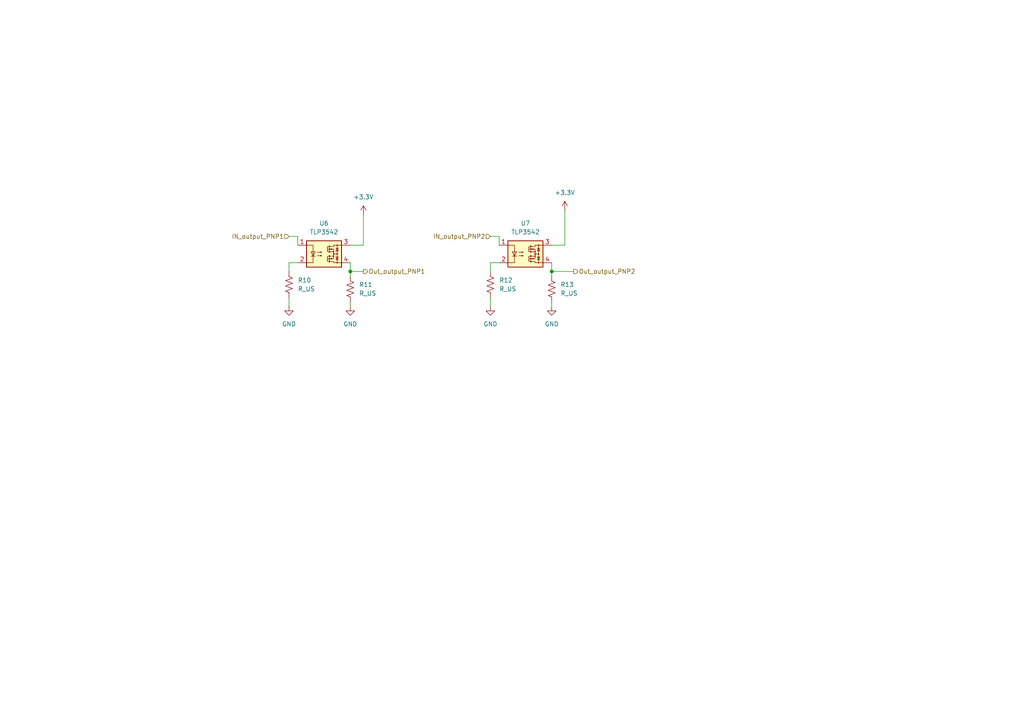
<source format=kicad_sch>
(kicad_sch
	(version 20250114)
	(generator "eeschema")
	(generator_version "9.0")
	(uuid "23093995-dcbe-40e8-b7f0-52785d5c9ac1")
	(paper "A4")
	(lib_symbols
		(symbol "Device:R_US"
			(pin_numbers
				(hide yes)
			)
			(pin_names
				(offset 0)
			)
			(exclude_from_sim no)
			(in_bom yes)
			(on_board yes)
			(property "Reference" "R"
				(at 2.54 0 90)
				(effects
					(font
						(size 1.27 1.27)
					)
				)
			)
			(property "Value" "R_US"
				(at -2.54 0 90)
				(effects
					(font
						(size 1.27 1.27)
					)
				)
			)
			(property "Footprint" ""
				(at 1.016 -0.254 90)
				(effects
					(font
						(size 1.27 1.27)
					)
					(hide yes)
				)
			)
			(property "Datasheet" "~"
				(at 0 0 0)
				(effects
					(font
						(size 1.27 1.27)
					)
					(hide yes)
				)
			)
			(property "Description" "Resistor, US symbol"
				(at 0 0 0)
				(effects
					(font
						(size 1.27 1.27)
					)
					(hide yes)
				)
			)
			(property "ki_keywords" "R res resistor"
				(at 0 0 0)
				(effects
					(font
						(size 1.27 1.27)
					)
					(hide yes)
				)
			)
			(property "ki_fp_filters" "R_*"
				(at 0 0 0)
				(effects
					(font
						(size 1.27 1.27)
					)
					(hide yes)
				)
			)
			(symbol "R_US_0_1"
				(polyline
					(pts
						(xy 0 2.286) (xy 0 2.54)
					)
					(stroke
						(width 0)
						(type default)
					)
					(fill
						(type none)
					)
				)
				(polyline
					(pts
						(xy 0 2.286) (xy 1.016 1.905) (xy 0 1.524) (xy -1.016 1.143) (xy 0 0.762)
					)
					(stroke
						(width 0)
						(type default)
					)
					(fill
						(type none)
					)
				)
				(polyline
					(pts
						(xy 0 0.762) (xy 1.016 0.381) (xy 0 0) (xy -1.016 -0.381) (xy 0 -0.762)
					)
					(stroke
						(width 0)
						(type default)
					)
					(fill
						(type none)
					)
				)
				(polyline
					(pts
						(xy 0 -0.762) (xy 1.016 -1.143) (xy 0 -1.524) (xy -1.016 -1.905) (xy 0 -2.286)
					)
					(stroke
						(width 0)
						(type default)
					)
					(fill
						(type none)
					)
				)
				(polyline
					(pts
						(xy 0 -2.286) (xy 0 -2.54)
					)
					(stroke
						(width 0)
						(type default)
					)
					(fill
						(type none)
					)
				)
			)
			(symbol "R_US_1_1"
				(pin passive line
					(at 0 3.81 270)
					(length 1.27)
					(name "~"
						(effects
							(font
								(size 1.27 1.27)
							)
						)
					)
					(number "1"
						(effects
							(font
								(size 1.27 1.27)
							)
						)
					)
				)
				(pin passive line
					(at 0 -3.81 90)
					(length 1.27)
					(name "~"
						(effects
							(font
								(size 1.27 1.27)
							)
						)
					)
					(number "2"
						(effects
							(font
								(size 1.27 1.27)
							)
						)
					)
				)
			)
			(embedded_fonts no)
		)
		(symbol "TLP3542_1"
			(exclude_from_sim no)
			(in_bom yes)
			(on_board yes)
			(property "Reference" "U3"
				(at 0 8.89 0)
				(effects
					(font
						(size 1.27 1.27)
					)
				)
			)
			(property "Value" "TLP3542"
				(at 0 6.35 0)
				(effects
					(font
						(size 1.27 1.27)
					)
				)
			)
			(property "Footprint" "Package_SO:SOP-4_3.8x4.1mm_P2.54mm"
				(at 0 -7.62 0)
				(effects
					(font
						(size 1.27 1.27)
					)
					(hide yes)
				)
			)
			(property "Datasheet" "https://toshiba.semicon-storage.com/info/docget.jsp?did=1284&prodName=TLP3542"
				(at 0 0 0)
				(effects
					(font
						(size 1.27 1.27)
					)
					(hide yes)
				)
			)
			(property "Description" "Photo MOSFET optically coupled, ON 4A, 50mohm, OFF state 20V, Isolation 2500 VRMS, DIP-5-6"
				(at 0 0 0)
				(effects
					(font
						(size 1.27 1.27)
					)
					(hide yes)
				)
			)
			(property "ki_keywords" "photocouplers photorelay solidstate relay normally opened (1-Form-A)"
				(at 0 0 0)
				(effects
					(font
						(size 1.27 1.27)
					)
					(hide yes)
				)
			)
			(property "ki_fp_filters" "DIP*W7.62mm*"
				(at 0 0 0)
				(effects
					(font
						(size 1.27 1.27)
					)
					(hide yes)
				)
			)
			(symbol "TLP3542_1_0_1"
				(rectangle
					(start -5.08 3.81)
					(end 5.08 -3.81)
					(stroke
						(width 0.254)
						(type default)
					)
					(fill
						(type background)
					)
				)
				(polyline
					(pts
						(xy -5.08 2.54) (xy -3.175 2.54) (xy -3.175 -2.54) (xy -5.08 -2.54)
					)
					(stroke
						(width 0)
						(type default)
					)
					(fill
						(type none)
					)
				)
				(polyline
					(pts
						(xy -3.81 -0.635) (xy -2.54 -0.635)
					)
					(stroke
						(width 0)
						(type default)
					)
					(fill
						(type none)
					)
				)
				(polyline
					(pts
						(xy -3.175 -0.635) (xy -3.81 0.635) (xy -2.54 0.635) (xy -3.175 -0.635)
					)
					(stroke
						(width 0)
						(type default)
					)
					(fill
						(type none)
					)
				)
				(polyline
					(pts
						(xy -1.905 0.508) (xy -0.635 0.508) (xy -1.016 0.381) (xy -1.016 0.635) (xy -0.635 0.508)
					)
					(stroke
						(width 0)
						(type default)
					)
					(fill
						(type none)
					)
				)
				(polyline
					(pts
						(xy -1.905 -0.508) (xy -0.635 -0.508) (xy -1.016 -0.635) (xy -1.016 -0.381) (xy -0.635 -0.508)
					)
					(stroke
						(width 0)
						(type default)
					)
					(fill
						(type none)
					)
				)
				(polyline
					(pts
						(xy 1.016 2.159) (xy 1.016 0.635)
					)
					(stroke
						(width 0.2032)
						(type default)
					)
					(fill
						(type none)
					)
				)
				(polyline
					(pts
						(xy 1.016 -0.635) (xy 1.016 -2.159)
					)
					(stroke
						(width 0.2032)
						(type default)
					)
					(fill
						(type none)
					)
				)
				(polyline
					(pts
						(xy 1.524 2.286) (xy 1.524 2.032) (xy 1.524 2.032)
					)
					(stroke
						(width 0.3556)
						(type default)
					)
					(fill
						(type none)
					)
				)
				(polyline
					(pts
						(xy 1.524 1.524) (xy 1.524 1.27) (xy 1.524 1.27)
					)
					(stroke
						(width 0.3556)
						(type default)
					)
					(fill
						(type none)
					)
				)
				(polyline
					(pts
						(xy 1.524 0.762) (xy 1.524 0.508) (xy 1.524 0.508)
					)
					(stroke
						(width 0.3556)
						(type default)
					)
					(fill
						(type none)
					)
				)
				(polyline
					(pts
						(xy 1.524 -0.508) (xy 1.524 -0.762)
					)
					(stroke
						(width 0.3556)
						(type default)
					)
					(fill
						(type none)
					)
				)
				(polyline
					(pts
						(xy 1.524 -1.27) (xy 1.524 -1.524) (xy 1.524 -1.524)
					)
					(stroke
						(width 0.3556)
						(type default)
					)
					(fill
						(type none)
					)
				)
				(polyline
					(pts
						(xy 1.524 -2.032) (xy 1.524 -2.286) (xy 1.524 -2.286)
					)
					(stroke
						(width 0.3556)
						(type default)
					)
					(fill
						(type none)
					)
				)
				(polyline
					(pts
						(xy 1.651 2.159) (xy 2.794 2.159) (xy 2.794 2.54) (xy 5.08 2.54)
					)
					(stroke
						(width 0)
						(type default)
					)
					(fill
						(type none)
					)
				)
				(polyline
					(pts
						(xy 1.651 1.397) (xy 2.794 1.397) (xy 2.794 0.635)
					)
					(stroke
						(width 0)
						(type default)
					)
					(fill
						(type none)
					)
				)
				(polyline
					(pts
						(xy 1.651 -0.635) (xy 2.794 -0.635) (xy 2.794 0.635) (xy 1.651 0.635)
					)
					(stroke
						(width 0)
						(type default)
					)
					(fill
						(type none)
					)
				)
				(polyline
					(pts
						(xy 1.651 -1.397) (xy 2.794 -1.397) (xy 2.794 -0.635)
					)
					(stroke
						(width 0)
						(type default)
					)
					(fill
						(type none)
					)
				)
				(polyline
					(pts
						(xy 1.651 -2.159) (xy 2.794 -2.159) (xy 2.794 -2.54) (xy 5.08 -2.54)
					)
					(stroke
						(width 0)
						(type default)
					)
					(fill
						(type none)
					)
				)
				(polyline
					(pts
						(xy 1.778 1.397) (xy 2.286 1.524) (xy 2.286 1.27) (xy 1.778 1.397)
					)
					(stroke
						(width 0)
						(type default)
					)
					(fill
						(type none)
					)
				)
				(polyline
					(pts
						(xy 1.778 -1.397) (xy 2.286 -1.27) (xy 2.286 -1.524) (xy 1.778 -1.397)
					)
					(stroke
						(width 0)
						(type default)
					)
					(fill
						(type none)
					)
				)
				(circle
					(center 2.794 0.635)
					(radius 0.127)
					(stroke
						(width 0)
						(type default)
					)
					(fill
						(type none)
					)
				)
				(polyline
					(pts
						(xy 2.794 0) (xy 3.81 0)
					)
					(stroke
						(width 0)
						(type default)
					)
					(fill
						(type none)
					)
				)
				(circle
					(center 2.794 0)
					(radius 0.127)
					(stroke
						(width 0)
						(type default)
					)
					(fill
						(type none)
					)
				)
				(circle
					(center 2.794 -0.635)
					(radius 0.127)
					(stroke
						(width 0)
						(type default)
					)
					(fill
						(type none)
					)
				)
				(polyline
					(pts
						(xy 3.429 1.651) (xy 4.191 1.651)
					)
					(stroke
						(width 0)
						(type default)
					)
					(fill
						(type none)
					)
				)
				(polyline
					(pts
						(xy 3.429 -1.651) (xy 4.191 -1.651)
					)
					(stroke
						(width 0)
						(type default)
					)
					(fill
						(type none)
					)
				)
				(circle
					(center 3.81 2.54)
					(radius 0.127)
					(stroke
						(width 0)
						(type default)
					)
					(fill
						(type none)
					)
				)
				(polyline
					(pts
						(xy 3.81 1.651) (xy 3.429 0.889) (xy 4.191 0.889) (xy 3.81 1.651)
					)
					(stroke
						(width 0)
						(type default)
					)
					(fill
						(type none)
					)
				)
				(circle
					(center 3.81 0)
					(radius 0.127)
					(stroke
						(width 0)
						(type default)
					)
					(fill
						(type none)
					)
				)
				(polyline
					(pts
						(xy 3.81 -1.651) (xy 3.429 -0.889) (xy 4.191 -0.889) (xy 3.81 -1.651)
					)
					(stroke
						(width 0)
						(type default)
					)
					(fill
						(type none)
					)
				)
				(polyline
					(pts
						(xy 3.81 -2.54) (xy 3.81 2.54)
					)
					(stroke
						(width 0)
						(type default)
					)
					(fill
						(type none)
					)
				)
				(circle
					(center 3.81 -2.54)
					(radius 0.127)
					(stroke
						(width 0)
						(type default)
					)
					(fill
						(type none)
					)
				)
			)
			(symbol "TLP3542_1_1_1"
				(pin passive line
					(at -7.62 2.54 0)
					(length 2.54)
					(name "~"
						(effects
							(font
								(size 1.27 1.27)
							)
						)
					)
					(number "1"
						(effects
							(font
								(size 1.27 1.27)
							)
						)
					)
				)
				(pin passive line
					(at -7.62 -2.54 0)
					(length 2.54)
					(name "~"
						(effects
							(font
								(size 1.27 1.27)
							)
						)
					)
					(number "2"
						(effects
							(font
								(size 1.27 1.27)
							)
						)
					)
				)
				(pin no_connect line
					(at -5.08 0 0)
					(length 2.54)
					(hide yes)
					(name "~"
						(effects
							(font
								(size 1.27 1.27)
							)
						)
					)
					(number "3"
						(effects
							(font
								(size 1.27 1.27)
							)
						)
					)
				)
				(pin passive line
					(at 7.62 2.54 180)
					(length 2.54)
					(name "~"
						(effects
							(font
								(size 1.27 1.27)
							)
						)
					)
					(number "3"
						(effects
							(font
								(size 1.27 1.27)
							)
						)
					)
				)
				(pin passive line
					(at 7.62 -2.54 180)
					(length 2.54)
					(name "~"
						(effects
							(font
								(size 1.27 1.27)
							)
						)
					)
					(number "4"
						(effects
							(font
								(size 1.27 1.27)
							)
						)
					)
				)
			)
			(embedded_fonts no)
		)
		(symbol "TLP3542_2"
			(exclude_from_sim no)
			(in_bom yes)
			(on_board yes)
			(property "Reference" "U3"
				(at 0 8.89 0)
				(effects
					(font
						(size 1.27 1.27)
					)
				)
			)
			(property "Value" "TLP3542"
				(at 0 6.35 0)
				(effects
					(font
						(size 1.27 1.27)
					)
				)
			)
			(property "Footprint" "Package_SO:SOP-4_3.8x4.1mm_P2.54mm"
				(at 0 -7.62 0)
				(effects
					(font
						(size 1.27 1.27)
					)
					(hide yes)
				)
			)
			(property "Datasheet" "https://toshiba.semicon-storage.com/info/docget.jsp?did=1284&prodName=TLP3542"
				(at 0 0 0)
				(effects
					(font
						(size 1.27 1.27)
					)
					(hide yes)
				)
			)
			(property "Description" "Photo MOSFET optically coupled, ON 4A, 50mohm, OFF state 20V, Isolation 2500 VRMS, DIP-5-6"
				(at 0 0 0)
				(effects
					(font
						(size 1.27 1.27)
					)
					(hide yes)
				)
			)
			(property "ki_keywords" "photocouplers photorelay solidstate relay normally opened (1-Form-A)"
				(at 0 0 0)
				(effects
					(font
						(size 1.27 1.27)
					)
					(hide yes)
				)
			)
			(property "ki_fp_filters" "DIP*W7.62mm*"
				(at 0 0 0)
				(effects
					(font
						(size 1.27 1.27)
					)
					(hide yes)
				)
			)
			(symbol "TLP3542_2_0_1"
				(rectangle
					(start -5.08 3.81)
					(end 5.08 -3.81)
					(stroke
						(width 0.254)
						(type default)
					)
					(fill
						(type background)
					)
				)
				(polyline
					(pts
						(xy -5.08 2.54) (xy -3.175 2.54) (xy -3.175 -2.54) (xy -5.08 -2.54)
					)
					(stroke
						(width 0)
						(type default)
					)
					(fill
						(type none)
					)
				)
				(polyline
					(pts
						(xy -3.81 -0.635) (xy -2.54 -0.635)
					)
					(stroke
						(width 0)
						(type default)
					)
					(fill
						(type none)
					)
				)
				(polyline
					(pts
						(xy -3.175 -0.635) (xy -3.81 0.635) (xy -2.54 0.635) (xy -3.175 -0.635)
					)
					(stroke
						(width 0)
						(type default)
					)
					(fill
						(type none)
					)
				)
				(polyline
					(pts
						(xy -1.905 0.508) (xy -0.635 0.508) (xy -1.016 0.381) (xy -1.016 0.635) (xy -0.635 0.508)
					)
					(stroke
						(width 0)
						(type default)
					)
					(fill
						(type none)
					)
				)
				(polyline
					(pts
						(xy -1.905 -0.508) (xy -0.635 -0.508) (xy -1.016 -0.635) (xy -1.016 -0.381) (xy -0.635 -0.508)
					)
					(stroke
						(width 0)
						(type default)
					)
					(fill
						(type none)
					)
				)
				(polyline
					(pts
						(xy 1.016 2.159) (xy 1.016 0.635)
					)
					(stroke
						(width 0.2032)
						(type default)
					)
					(fill
						(type none)
					)
				)
				(polyline
					(pts
						(xy 1.016 -0.635) (xy 1.016 -2.159)
					)
					(stroke
						(width 0.2032)
						(type default)
					)
					(fill
						(type none)
					)
				)
				(polyline
					(pts
						(xy 1.524 2.286) (xy 1.524 2.032) (xy 1.524 2.032)
					)
					(stroke
						(width 0.3556)
						(type default)
					)
					(fill
						(type none)
					)
				)
				(polyline
					(pts
						(xy 1.524 1.524) (xy 1.524 1.27) (xy 1.524 1.27)
					)
					(stroke
						(width 0.3556)
						(type default)
					)
					(fill
						(type none)
					)
				)
				(polyline
					(pts
						(xy 1.524 0.762) (xy 1.524 0.508) (xy 1.524 0.508)
					)
					(stroke
						(width 0.3556)
						(type default)
					)
					(fill
						(type none)
					)
				)
				(polyline
					(pts
						(xy 1.524 -0.508) (xy 1.524 -0.762)
					)
					(stroke
						(width 0.3556)
						(type default)
					)
					(fill
						(type none)
					)
				)
				(polyline
					(pts
						(xy 1.524 -1.27) (xy 1.524 -1.524) (xy 1.524 -1.524)
					)
					(stroke
						(width 0.3556)
						(type default)
					)
					(fill
						(type none)
					)
				)
				(polyline
					(pts
						(xy 1.524 -2.032) (xy 1.524 -2.286) (xy 1.524 -2.286)
					)
					(stroke
						(width 0.3556)
						(type default)
					)
					(fill
						(type none)
					)
				)
				(polyline
					(pts
						(xy 1.651 2.159) (xy 2.794 2.159) (xy 2.794 2.54) (xy 5.08 2.54)
					)
					(stroke
						(width 0)
						(type default)
					)
					(fill
						(type none)
					)
				)
				(polyline
					(pts
						(xy 1.651 1.397) (xy 2.794 1.397) (xy 2.794 0.635)
					)
					(stroke
						(width 0)
						(type default)
					)
					(fill
						(type none)
					)
				)
				(polyline
					(pts
						(xy 1.651 -0.635) (xy 2.794 -0.635) (xy 2.794 0.635) (xy 1.651 0.635)
					)
					(stroke
						(width 0)
						(type default)
					)
					(fill
						(type none)
					)
				)
				(polyline
					(pts
						(xy 1.651 -1.397) (xy 2.794 -1.397) (xy 2.794 -0.635)
					)
					(stroke
						(width 0)
						(type default)
					)
					(fill
						(type none)
					)
				)
				(polyline
					(pts
						(xy 1.651 -2.159) (xy 2.794 -2.159) (xy 2.794 -2.54) (xy 5.08 -2.54)
					)
					(stroke
						(width 0)
						(type default)
					)
					(fill
						(type none)
					)
				)
				(polyline
					(pts
						(xy 1.778 1.397) (xy 2.286 1.524) (xy 2.286 1.27) (xy 1.778 1.397)
					)
					(stroke
						(width 0)
						(type default)
					)
					(fill
						(type none)
					)
				)
				(polyline
					(pts
						(xy 1.778 -1.397) (xy 2.286 -1.27) (xy 2.286 -1.524) (xy 1.778 -1.397)
					)
					(stroke
						(width 0)
						(type default)
					)
					(fill
						(type none)
					)
				)
				(circle
					(center 2.794 0.635)
					(radius 0.127)
					(stroke
						(width 0)
						(type default)
					)
					(fill
						(type none)
					)
				)
				(polyline
					(pts
						(xy 2.794 0) (xy 3.81 0)
					)
					(stroke
						(width 0)
						(type default)
					)
					(fill
						(type none)
					)
				)
				(circle
					(center 2.794 0)
					(radius 0.127)
					(stroke
						(width 0)
						(type default)
					)
					(fill
						(type none)
					)
				)
				(circle
					(center 2.794 -0.635)
					(radius 0.127)
					(stroke
						(width 0)
						(type default)
					)
					(fill
						(type none)
					)
				)
				(polyline
					(pts
						(xy 3.429 1.651) (xy 4.191 1.651)
					)
					(stroke
						(width 0)
						(type default)
					)
					(fill
						(type none)
					)
				)
				(polyline
					(pts
						(xy 3.429 -1.651) (xy 4.191 -1.651)
					)
					(stroke
						(width 0)
						(type default)
					)
					(fill
						(type none)
					)
				)
				(circle
					(center 3.81 2.54)
					(radius 0.127)
					(stroke
						(width 0)
						(type default)
					)
					(fill
						(type none)
					)
				)
				(polyline
					(pts
						(xy 3.81 1.651) (xy 3.429 0.889) (xy 4.191 0.889) (xy 3.81 1.651)
					)
					(stroke
						(width 0)
						(type default)
					)
					(fill
						(type none)
					)
				)
				(circle
					(center 3.81 0)
					(radius 0.127)
					(stroke
						(width 0)
						(type default)
					)
					(fill
						(type none)
					)
				)
				(polyline
					(pts
						(xy 3.81 -1.651) (xy 3.429 -0.889) (xy 4.191 -0.889) (xy 3.81 -1.651)
					)
					(stroke
						(width 0)
						(type default)
					)
					(fill
						(type none)
					)
				)
				(polyline
					(pts
						(xy 3.81 -2.54) (xy 3.81 2.54)
					)
					(stroke
						(width 0)
						(type default)
					)
					(fill
						(type none)
					)
				)
				(circle
					(center 3.81 -2.54)
					(radius 0.127)
					(stroke
						(width 0)
						(type default)
					)
					(fill
						(type none)
					)
				)
			)
			(symbol "TLP3542_2_1_1"
				(pin passive line
					(at -7.62 2.54 0)
					(length 2.54)
					(name "~"
						(effects
							(font
								(size 1.27 1.27)
							)
						)
					)
					(number "1"
						(effects
							(font
								(size 1.27 1.27)
							)
						)
					)
				)
				(pin passive line
					(at -7.62 -2.54 0)
					(length 2.54)
					(name "~"
						(effects
							(font
								(size 1.27 1.27)
							)
						)
					)
					(number "2"
						(effects
							(font
								(size 1.27 1.27)
							)
						)
					)
				)
				(pin no_connect line
					(at -5.08 0 0)
					(length 2.54)
					(hide yes)
					(name "~"
						(effects
							(font
								(size 1.27 1.27)
							)
						)
					)
					(number "3"
						(effects
							(font
								(size 1.27 1.27)
							)
						)
					)
				)
				(pin passive line
					(at 7.62 2.54 180)
					(length 2.54)
					(name "~"
						(effects
							(font
								(size 1.27 1.27)
							)
						)
					)
					(number "3"
						(effects
							(font
								(size 1.27 1.27)
							)
						)
					)
				)
				(pin passive line
					(at 7.62 -2.54 180)
					(length 2.54)
					(name "~"
						(effects
							(font
								(size 1.27 1.27)
							)
						)
					)
					(number "4"
						(effects
							(font
								(size 1.27 1.27)
							)
						)
					)
				)
			)
			(embedded_fonts no)
		)
		(symbol "power:+3.3V"
			(power)
			(pin_numbers
				(hide yes)
			)
			(pin_names
				(offset 0)
				(hide yes)
			)
			(exclude_from_sim no)
			(in_bom yes)
			(on_board yes)
			(property "Reference" "#PWR"
				(at 0 -3.81 0)
				(effects
					(font
						(size 1.27 1.27)
					)
					(hide yes)
				)
			)
			(property "Value" "+3.3V"
				(at 0 3.556 0)
				(effects
					(font
						(size 1.27 1.27)
					)
				)
			)
			(property "Footprint" ""
				(at 0 0 0)
				(effects
					(font
						(size 1.27 1.27)
					)
					(hide yes)
				)
			)
			(property "Datasheet" ""
				(at 0 0 0)
				(effects
					(font
						(size 1.27 1.27)
					)
					(hide yes)
				)
			)
			(property "Description" "Power symbol creates a global label with name \"+3.3V\""
				(at 0 0 0)
				(effects
					(font
						(size 1.27 1.27)
					)
					(hide yes)
				)
			)
			(property "ki_keywords" "global power"
				(at 0 0 0)
				(effects
					(font
						(size 1.27 1.27)
					)
					(hide yes)
				)
			)
			(symbol "+3.3V_0_1"
				(polyline
					(pts
						(xy -0.762 1.27) (xy 0 2.54)
					)
					(stroke
						(width 0)
						(type default)
					)
					(fill
						(type none)
					)
				)
				(polyline
					(pts
						(xy 0 2.54) (xy 0.762 1.27)
					)
					(stroke
						(width 0)
						(type default)
					)
					(fill
						(type none)
					)
				)
				(polyline
					(pts
						(xy 0 0) (xy 0 2.54)
					)
					(stroke
						(width 0)
						(type default)
					)
					(fill
						(type none)
					)
				)
			)
			(symbol "+3.3V_1_1"
				(pin power_in line
					(at 0 0 90)
					(length 0)
					(name "~"
						(effects
							(font
								(size 1.27 1.27)
							)
						)
					)
					(number "1"
						(effects
							(font
								(size 1.27 1.27)
							)
						)
					)
				)
			)
			(embedded_fonts no)
		)
		(symbol "power:GND"
			(power)
			(pin_numbers
				(hide yes)
			)
			(pin_names
				(offset 0)
				(hide yes)
			)
			(exclude_from_sim no)
			(in_bom yes)
			(on_board yes)
			(property "Reference" "#PWR"
				(at 0 -6.35 0)
				(effects
					(font
						(size 1.27 1.27)
					)
					(hide yes)
				)
			)
			(property "Value" "GND"
				(at 0 -3.81 0)
				(effects
					(font
						(size 1.27 1.27)
					)
				)
			)
			(property "Footprint" ""
				(at 0 0 0)
				(effects
					(font
						(size 1.27 1.27)
					)
					(hide yes)
				)
			)
			(property "Datasheet" ""
				(at 0 0 0)
				(effects
					(font
						(size 1.27 1.27)
					)
					(hide yes)
				)
			)
			(property "Description" "Power symbol creates a global label with name \"GND\" , ground"
				(at 0 0 0)
				(effects
					(font
						(size 1.27 1.27)
					)
					(hide yes)
				)
			)
			(property "ki_keywords" "global power"
				(at 0 0 0)
				(effects
					(font
						(size 1.27 1.27)
					)
					(hide yes)
				)
			)
			(symbol "GND_0_1"
				(polyline
					(pts
						(xy 0 0) (xy 0 -1.27) (xy 1.27 -1.27) (xy 0 -2.54) (xy -1.27 -1.27) (xy 0 -1.27)
					)
					(stroke
						(width 0)
						(type default)
					)
					(fill
						(type none)
					)
				)
			)
			(symbol "GND_1_1"
				(pin power_in line
					(at 0 0 270)
					(length 0)
					(name "~"
						(effects
							(font
								(size 1.27 1.27)
							)
						)
					)
					(number "1"
						(effects
							(font
								(size 1.27 1.27)
							)
						)
					)
				)
			)
			(embedded_fonts no)
		)
	)
	(junction
		(at 160.02 78.74)
		(diameter 0)
		(color 0 0 0 0)
		(uuid "77225655-788f-462f-a59b-480425c8f30e")
	)
	(junction
		(at 101.6 78.74)
		(diameter 0)
		(color 0 0 0 0)
		(uuid "ce1c4254-4ab3-4904-8719-db218decc168")
	)
	(wire
		(pts
			(xy 160.02 78.74) (xy 160.02 80.01)
		)
		(stroke
			(width 0)
			(type default)
		)
		(uuid "11747665-5023-4ab5-92ca-96c57f5a091c")
	)
	(wire
		(pts
			(xy 101.6 78.74) (xy 101.6 80.01)
		)
		(stroke
			(width 0)
			(type default)
		)
		(uuid "1ac2c1eb-d75f-4e41-9898-ad063b8e9f5d")
	)
	(wire
		(pts
			(xy 144.78 76.2) (xy 142.24 76.2)
		)
		(stroke
			(width 0)
			(type default)
		)
		(uuid "20d6fbc5-64f0-4821-8d50-2e605d334d6c")
	)
	(wire
		(pts
			(xy 142.24 76.2) (xy 142.24 78.74)
		)
		(stroke
			(width 0)
			(type default)
		)
		(uuid "3e9cd961-8114-4202-a1af-9c58b763af3a")
	)
	(wire
		(pts
			(xy 160.02 78.74) (xy 166.37 78.74)
		)
		(stroke
			(width 0)
			(type default)
		)
		(uuid "4238960a-15d2-4316-8180-01ebf001acf4")
	)
	(wire
		(pts
			(xy 101.6 78.74) (xy 105.41 78.74)
		)
		(stroke
			(width 0)
			(type default)
		)
		(uuid "4456872a-50a8-4fec-883c-e6c575b468e5")
	)
	(wire
		(pts
			(xy 86.36 71.12) (xy 86.36 68.58)
		)
		(stroke
			(width 0)
			(type default)
		)
		(uuid "495939be-a59c-4a23-9032-3d5c726a6102")
	)
	(wire
		(pts
			(xy 101.6 76.2) (xy 101.6 78.74)
		)
		(stroke
			(width 0)
			(type default)
		)
		(uuid "691233d0-1761-4b28-874f-d47abd5000c4")
	)
	(wire
		(pts
			(xy 144.78 71.12) (xy 144.78 68.58)
		)
		(stroke
			(width 0)
			(type default)
		)
		(uuid "6b85ec8a-5ec4-4c7c-ad41-7976690a8039")
	)
	(wire
		(pts
			(xy 163.83 60.96) (xy 163.83 71.12)
		)
		(stroke
			(width 0)
			(type default)
		)
		(uuid "6de2f353-126f-4d84-8e04-fcbaf94988e4")
	)
	(wire
		(pts
			(xy 105.41 62.23) (xy 105.41 71.12)
		)
		(stroke
			(width 0)
			(type default)
		)
		(uuid "719730a3-b245-436d-8660-4b20bbfb0009")
	)
	(wire
		(pts
			(xy 83.82 86.36) (xy 83.82 88.9)
		)
		(stroke
			(width 0)
			(type default)
		)
		(uuid "7824f193-f0b3-495d-9ac6-3e9a5fa272a4")
	)
	(wire
		(pts
			(xy 86.36 68.58) (xy 83.82 68.58)
		)
		(stroke
			(width 0)
			(type default)
		)
		(uuid "797e313b-570e-4cea-8d5b-56bc9376de73")
	)
	(wire
		(pts
			(xy 101.6 87.63) (xy 101.6 88.9)
		)
		(stroke
			(width 0)
			(type default)
		)
		(uuid "7ec94065-7c8a-4736-afa3-4e794970620a")
	)
	(wire
		(pts
			(xy 142.24 86.36) (xy 142.24 88.9)
		)
		(stroke
			(width 0)
			(type default)
		)
		(uuid "96372707-ca94-418f-84ef-7a8efac8301a")
	)
	(wire
		(pts
			(xy 144.78 68.58) (xy 142.24 68.58)
		)
		(stroke
			(width 0)
			(type default)
		)
		(uuid "a32ec15a-3328-4e82-9aa6-9b7e828e483c")
	)
	(wire
		(pts
			(xy 86.36 76.2) (xy 83.82 76.2)
		)
		(stroke
			(width 0)
			(type default)
		)
		(uuid "a34e4dc2-6c38-4d64-8859-68d15996fd49")
	)
	(wire
		(pts
			(xy 163.83 71.12) (xy 160.02 71.12)
		)
		(stroke
			(width 0)
			(type default)
		)
		(uuid "abb51ef2-a10c-4704-8d7c-34b54ea76346")
	)
	(wire
		(pts
			(xy 105.41 71.12) (xy 101.6 71.12)
		)
		(stroke
			(width 0)
			(type default)
		)
		(uuid "abd8a97b-a856-4046-a7d8-d1733e0e52a4")
	)
	(wire
		(pts
			(xy 83.82 76.2) (xy 83.82 78.74)
		)
		(stroke
			(width 0)
			(type default)
		)
		(uuid "cfecc045-2891-4c03-93b4-b9249d63b8b9")
	)
	(wire
		(pts
			(xy 160.02 87.63) (xy 160.02 88.9)
		)
		(stroke
			(width 0)
			(type default)
		)
		(uuid "d89d47aa-fd93-4ced-a4d2-d5a27eaf2d58")
	)
	(wire
		(pts
			(xy 160.02 76.2) (xy 160.02 78.74)
		)
		(stroke
			(width 0)
			(type default)
		)
		(uuid "ef59c088-3a2a-4069-b686-bd4837fea633")
	)
	(hierarchical_label "Out_output_PNP2"
		(shape output)
		(at 166.37 78.74 0)
		(effects
			(font
				(size 1.27 1.27)
			)
			(justify left)
		)
		(uuid "081bb1ce-2e6a-4e7c-b6fa-d40c4f91f907")
	)
	(hierarchical_label "Out_output_PNP1"
		(shape output)
		(at 105.41 78.74 0)
		(effects
			(font
				(size 1.27 1.27)
			)
			(justify left)
		)
		(uuid "16450c0b-fd34-43d9-9200-8b54ec55a728")
	)
	(hierarchical_label "IN_output_PNP2"
		(shape input)
		(at 142.24 68.58 180)
		(effects
			(font
				(size 1.27 1.27)
			)
			(justify right)
		)
		(uuid "acf57974-91be-4b04-9692-dd6909d46f9c")
	)
	(hierarchical_label "IN_output_PNP1"
		(shape input)
		(at 83.82 68.58 180)
		(effects
			(font
				(size 1.27 1.27)
			)
			(justify right)
		)
		(uuid "ba765bd1-f55e-4fdf-ae7f-4eb13f414d0c")
	)
	(symbol
		(lib_id "power:GND")
		(at 160.02 88.9 0)
		(unit 1)
		(exclude_from_sim no)
		(in_bom yes)
		(on_board yes)
		(dnp no)
		(fields_autoplaced yes)
		(uuid "155a700d-17fc-458b-a7fd-c2aeeea5b833")
		(property "Reference" "#PWR035"
			(at 160.02 95.25 0)
			(effects
				(font
					(size 1.27 1.27)
				)
				(hide yes)
			)
		)
		(property "Value" "GND"
			(at 160.02 93.98 0)
			(effects
				(font
					(size 1.27 1.27)
				)
			)
		)
		(property "Footprint" ""
			(at 160.02 88.9 0)
			(effects
				(font
					(size 1.27 1.27)
				)
				(hide yes)
			)
		)
		(property "Datasheet" ""
			(at 160.02 88.9 0)
			(effects
				(font
					(size 1.27 1.27)
				)
				(hide yes)
			)
		)
		(property "Description" "Power symbol creates a global label with name \"GND\" , ground"
			(at 160.02 88.9 0)
			(effects
				(font
					(size 1.27 1.27)
				)
				(hide yes)
			)
		)
		(pin "1"
			(uuid "30c9aa0a-d868-410a-a2c8-cc4365881b0e")
		)
		(instances
			(project "ZorionX-Nivara"
				(path "/ae5c9891-8291-492e-8a61-8ac340267b67/d47eca49-96e4-4138-8979-47bb60019f67/bc9617ee-273e-462d-a7e9-6cda68a85dae"
					(reference "#PWR035")
					(unit 1)
				)
			)
		)
	)
	(symbol
		(lib_id "power:GND")
		(at 142.24 88.9 0)
		(unit 1)
		(exclude_from_sim no)
		(in_bom yes)
		(on_board yes)
		(dnp no)
		(fields_autoplaced yes)
		(uuid "3f43fdfe-ab61-4687-b5a8-2482821fe0e1")
		(property "Reference" "#PWR034"
			(at 142.24 95.25 0)
			(effects
				(font
					(size 1.27 1.27)
				)
				(hide yes)
			)
		)
		(property "Value" "GND"
			(at 142.24 93.98 0)
			(effects
				(font
					(size 1.27 1.27)
				)
			)
		)
		(property "Footprint" ""
			(at 142.24 88.9 0)
			(effects
				(font
					(size 1.27 1.27)
				)
				(hide yes)
			)
		)
		(property "Datasheet" ""
			(at 142.24 88.9 0)
			(effects
				(font
					(size 1.27 1.27)
				)
				(hide yes)
			)
		)
		(property "Description" "Power symbol creates a global label with name \"GND\" , ground"
			(at 142.24 88.9 0)
			(effects
				(font
					(size 1.27 1.27)
				)
				(hide yes)
			)
		)
		(pin "1"
			(uuid "704c3dcd-50cf-441c-b547-22c4e4af1ee9")
		)
		(instances
			(project "ZorionX-Nivara"
				(path "/ae5c9891-8291-492e-8a61-8ac340267b67/d47eca49-96e4-4138-8979-47bb60019f67/bc9617ee-273e-462d-a7e9-6cda68a85dae"
					(reference "#PWR034")
					(unit 1)
				)
			)
		)
	)
	(symbol
		(lib_id "Device:R_US")
		(at 142.24 82.55 0)
		(unit 1)
		(exclude_from_sim no)
		(in_bom yes)
		(on_board yes)
		(dnp no)
		(fields_autoplaced yes)
		(uuid "444bf014-8495-4f78-a989-f6716365a449")
		(property "Reference" "R12"
			(at 144.78 81.2799 0)
			(effects
				(font
					(size 1.27 1.27)
				)
				(justify left)
			)
		)
		(property "Value" "R_US"
			(at 144.78 83.8199 0)
			(effects
				(font
					(size 1.27 1.27)
				)
				(justify left)
			)
		)
		(property "Footprint" "Resistor_SMD:R_0603_1608Metric"
			(at 143.256 82.804 90)
			(effects
				(font
					(size 1.27 1.27)
				)
				(hide yes)
			)
		)
		(property "Datasheet" "~"
			(at 142.24 82.55 0)
			(effects
				(font
					(size 1.27 1.27)
				)
				(hide yes)
			)
		)
		(property "Description" "Resistor, US symbol"
			(at 142.24 82.55 0)
			(effects
				(font
					(size 1.27 1.27)
				)
				(hide yes)
			)
		)
		(pin "2"
			(uuid "4b85ac2c-a087-498b-bbe2-a640f1cbc9fc")
		)
		(pin "1"
			(uuid "cf3d99dd-685e-470b-b774-c25579848bbd")
		)
		(instances
			(project "ZorionX-Nivara"
				(path "/ae5c9891-8291-492e-8a61-8ac340267b67/d47eca49-96e4-4138-8979-47bb60019f67/bc9617ee-273e-462d-a7e9-6cda68a85dae"
					(reference "R12")
					(unit 1)
				)
			)
		)
	)
	(symbol
		(lib_id "power:GND")
		(at 83.82 88.9 0)
		(unit 1)
		(exclude_from_sim no)
		(in_bom yes)
		(on_board yes)
		(dnp no)
		(fields_autoplaced yes)
		(uuid "6ae93734-1ba1-45f9-a2b0-e9b40d40234f")
		(property "Reference" "#PWR031"
			(at 83.82 95.25 0)
			(effects
				(font
					(size 1.27 1.27)
				)
				(hide yes)
			)
		)
		(property "Value" "GND"
			(at 83.82 93.98 0)
			(effects
				(font
					(size 1.27 1.27)
				)
			)
		)
		(property "Footprint" ""
			(at 83.82 88.9 0)
			(effects
				(font
					(size 1.27 1.27)
				)
				(hide yes)
			)
		)
		(property "Datasheet" ""
			(at 83.82 88.9 0)
			(effects
				(font
					(size 1.27 1.27)
				)
				(hide yes)
			)
		)
		(property "Description" "Power symbol creates a global label with name \"GND\" , ground"
			(at 83.82 88.9 0)
			(effects
				(font
					(size 1.27 1.27)
				)
				(hide yes)
			)
		)
		(pin "1"
			(uuid "e0d00b10-3a33-432e-a223-48a8ec4efcd3")
		)
		(instances
			(project "ZorionX-Nivara"
				(path "/ae5c9891-8291-492e-8a61-8ac340267b67/d47eca49-96e4-4138-8979-47bb60019f67/bc9617ee-273e-462d-a7e9-6cda68a85dae"
					(reference "#PWR031")
					(unit 1)
				)
			)
		)
	)
	(symbol
		(lib_id "power:+3.3V")
		(at 105.41 62.23 0)
		(unit 1)
		(exclude_from_sim no)
		(in_bom yes)
		(on_board yes)
		(dnp no)
		(fields_autoplaced yes)
		(uuid "80ac6730-066e-4bdb-a555-c111389dc0dd")
		(property "Reference" "#PWR033"
			(at 105.41 66.04 0)
			(effects
				(font
					(size 1.27 1.27)
				)
				(hide yes)
			)
		)
		(property "Value" "+3.3V"
			(at 105.41 57.15 0)
			(effects
				(font
					(size 1.27 1.27)
				)
			)
		)
		(property "Footprint" ""
			(at 105.41 62.23 0)
			(effects
				(font
					(size 1.27 1.27)
				)
				(hide yes)
			)
		)
		(property "Datasheet" ""
			(at 105.41 62.23 0)
			(effects
				(font
					(size 1.27 1.27)
				)
				(hide yes)
			)
		)
		(property "Description" "Power symbol creates a global label with name \"+3.3V\""
			(at 105.41 62.23 0)
			(effects
				(font
					(size 1.27 1.27)
				)
				(hide yes)
			)
		)
		(pin "1"
			(uuid "47f4ecec-3559-4ce9-ba43-3acc6c273ed8")
		)
		(instances
			(project "ZorionX-Nivara_V1.4"
				(path "/ae5c9891-8291-492e-8a61-8ac340267b67/d47eca49-96e4-4138-8979-47bb60019f67/bc9617ee-273e-462d-a7e9-6cda68a85dae"
					(reference "#PWR033")
					(unit 1)
				)
			)
		)
	)
	(symbol
		(lib_id "Device:R_US")
		(at 83.82 82.55 0)
		(unit 1)
		(exclude_from_sim no)
		(in_bom yes)
		(on_board yes)
		(dnp no)
		(fields_autoplaced yes)
		(uuid "8e0ec6f3-fa41-4caf-8667-7398e504a207")
		(property "Reference" "R10"
			(at 86.36 81.2799 0)
			(effects
				(font
					(size 1.27 1.27)
				)
				(justify left)
			)
		)
		(property "Value" "R_US"
			(at 86.36 83.8199 0)
			(effects
				(font
					(size 1.27 1.27)
				)
				(justify left)
			)
		)
		(property "Footprint" "Resistor_SMD:R_0603_1608Metric"
			(at 84.836 82.804 90)
			(effects
				(font
					(size 1.27 1.27)
				)
				(hide yes)
			)
		)
		(property "Datasheet" "~"
			(at 83.82 82.55 0)
			(effects
				(font
					(size 1.27 1.27)
				)
				(hide yes)
			)
		)
		(property "Description" "Resistor, US symbol"
			(at 83.82 82.55 0)
			(effects
				(font
					(size 1.27 1.27)
				)
				(hide yes)
			)
		)
		(pin "2"
			(uuid "9fd06598-a3cf-4a89-9cdc-afab2d9dc7b4")
		)
		(pin "1"
			(uuid "d60d841b-fb9c-48fe-a8b3-2c541e22b38f")
		)
		(instances
			(project "ZorionX-Nivara"
				(path "/ae5c9891-8291-492e-8a61-8ac340267b67/d47eca49-96e4-4138-8979-47bb60019f67/bc9617ee-273e-462d-a7e9-6cda68a85dae"
					(reference "R10")
					(unit 1)
				)
			)
		)
	)
	(symbol
		(lib_id "power:+3.3V")
		(at 163.83 60.96 0)
		(unit 1)
		(exclude_from_sim no)
		(in_bom yes)
		(on_board yes)
		(dnp no)
		(fields_autoplaced yes)
		(uuid "8fe684e7-5a23-4fed-9bfa-5bae30b277a5")
		(property "Reference" "#PWR036"
			(at 163.83 64.77 0)
			(effects
				(font
					(size 1.27 1.27)
				)
				(hide yes)
			)
		)
		(property "Value" "+3.3V"
			(at 163.83 55.88 0)
			(effects
				(font
					(size 1.27 1.27)
				)
			)
		)
		(property "Footprint" ""
			(at 163.83 60.96 0)
			(effects
				(font
					(size 1.27 1.27)
				)
				(hide yes)
			)
		)
		(property "Datasheet" ""
			(at 163.83 60.96 0)
			(effects
				(font
					(size 1.27 1.27)
				)
				(hide yes)
			)
		)
		(property "Description" "Power symbol creates a global label with name \"+3.3V\""
			(at 163.83 60.96 0)
			(effects
				(font
					(size 1.27 1.27)
				)
				(hide yes)
			)
		)
		(pin "1"
			(uuid "82725251-af42-42d8-b73a-8da34afefb68")
		)
		(instances
			(project "ZorionX-Nivara_V1.4"
				(path "/ae5c9891-8291-492e-8a61-8ac340267b67/d47eca49-96e4-4138-8979-47bb60019f67/bc9617ee-273e-462d-a7e9-6cda68a85dae"
					(reference "#PWR036")
					(unit 1)
				)
			)
		)
	)
	(symbol
		(lib_name "TLP3542_1")
		(lib_id "Relay_SolidState:TLP3542")
		(at 93.98 73.66 0)
		(unit 1)
		(exclude_from_sim no)
		(in_bom yes)
		(on_board yes)
		(dnp no)
		(fields_autoplaced yes)
		(uuid "afd8d43c-ee31-4186-bba7-997b1c34c5d0")
		(property "Reference" "U6"
			(at 93.98 64.77 0)
			(effects
				(font
					(size 1.27 1.27)
				)
			)
		)
		(property "Value" "TLP3542"
			(at 93.98 67.31 0)
			(effects
				(font
					(size 1.27 1.27)
				)
			)
		)
		(property "Footprint" "Package_SO:SOP-4_3.8x4.1mm_P2.54mm"
			(at 93.98 81.28 0)
			(effects
				(font
					(size 1.27 1.27)
				)
				(hide yes)
			)
		)
		(property "Datasheet" "https://toshiba.semicon-storage.com/info/docget.jsp?did=1284&prodName=TLP3542"
			(at 93.98 73.66 0)
			(effects
				(font
					(size 1.27 1.27)
				)
				(hide yes)
			)
		)
		(property "Description" "Photo MOSFET optically coupled, ON 4A, 50mohm, OFF state 20V, Isolation 2500 VRMS, DIP-5-6"
			(at 93.98 73.66 0)
			(effects
				(font
					(size 1.27 1.27)
				)
				(hide yes)
			)
		)
		(pin "3"
			(uuid "b1ecbf25-2203-46dc-9260-8d7762309dee")
		)
		(pin "2"
			(uuid "c9097316-7d1b-465d-aa1e-95e164ca3452")
		)
		(pin "4"
			(uuid "0da69fbe-8c4b-4e35-b421-145d27bc4d2e")
		)
		(pin "3"
			(uuid "3100d67d-5914-4c4b-a04a-a39aee4926a2")
		)
		(pin "1"
			(uuid "77efcf81-2048-4a55-93a4-3037b5d1dec4")
		)
		(instances
			(project "ZorionX-Nivara_V1.4"
				(path "/ae5c9891-8291-492e-8a61-8ac340267b67/d47eca49-96e4-4138-8979-47bb60019f67/bc9617ee-273e-462d-a7e9-6cda68a85dae"
					(reference "U6")
					(unit 1)
				)
			)
		)
	)
	(symbol
		(lib_id "power:GND")
		(at 101.6 88.9 0)
		(unit 1)
		(exclude_from_sim no)
		(in_bom yes)
		(on_board yes)
		(dnp no)
		(fields_autoplaced yes)
		(uuid "f7b5c3ce-66db-42fe-ab43-bcdcb2c6b35f")
		(property "Reference" "#PWR032"
			(at 101.6 95.25 0)
			(effects
				(font
					(size 1.27 1.27)
				)
				(hide yes)
			)
		)
		(property "Value" "GND"
			(at 101.6 93.98 0)
			(effects
				(font
					(size 1.27 1.27)
				)
			)
		)
		(property "Footprint" ""
			(at 101.6 88.9 0)
			(effects
				(font
					(size 1.27 1.27)
				)
				(hide yes)
			)
		)
		(property "Datasheet" ""
			(at 101.6 88.9 0)
			(effects
				(font
					(size 1.27 1.27)
				)
				(hide yes)
			)
		)
		(property "Description" "Power symbol creates a global label with name \"GND\" , ground"
			(at 101.6 88.9 0)
			(effects
				(font
					(size 1.27 1.27)
				)
				(hide yes)
			)
		)
		(pin "1"
			(uuid "29d85950-63d9-41e5-ab71-f1c15eb9d0fc")
		)
		(instances
			(project "ZorionX-Nivara"
				(path "/ae5c9891-8291-492e-8a61-8ac340267b67/d47eca49-96e4-4138-8979-47bb60019f67/bc9617ee-273e-462d-a7e9-6cda68a85dae"
					(reference "#PWR032")
					(unit 1)
				)
			)
		)
	)
	(symbol
		(lib_name "TLP3542_2")
		(lib_id "Relay_SolidState:TLP3542")
		(at 152.4 73.66 0)
		(unit 1)
		(exclude_from_sim no)
		(in_bom yes)
		(on_board yes)
		(dnp no)
		(fields_autoplaced yes)
		(uuid "f962e13d-84b1-4f6b-b4e2-13422ca68dca")
		(property "Reference" "U7"
			(at 152.4 64.77 0)
			(effects
				(font
					(size 1.27 1.27)
				)
			)
		)
		(property "Value" "TLP3542"
			(at 152.4 67.31 0)
			(effects
				(font
					(size 1.27 1.27)
				)
			)
		)
		(property "Footprint" "Package_SO:SOP-4_3.8x4.1mm_P2.54mm"
			(at 152.4 81.28 0)
			(effects
				(font
					(size 1.27 1.27)
				)
				(hide yes)
			)
		)
		(property "Datasheet" "https://toshiba.semicon-storage.com/info/docget.jsp?did=1284&prodName=TLP3542"
			(at 152.4 73.66 0)
			(effects
				(font
					(size 1.27 1.27)
				)
				(hide yes)
			)
		)
		(property "Description" "Photo MOSFET optically coupled, ON 4A, 50mohm, OFF state 20V, Isolation 2500 VRMS, DIP-5-6"
			(at 152.4 73.66 0)
			(effects
				(font
					(size 1.27 1.27)
				)
				(hide yes)
			)
		)
		(pin "3"
			(uuid "08037a30-5bb4-44b0-aee4-87bb2e449d80")
		)
		(pin "2"
			(uuid "daf92fcc-3295-4069-aa7d-239215640db6")
		)
		(pin "4"
			(uuid "b8b5ac2f-8de1-4cf3-aa83-22bb84bfe175")
		)
		(pin "3"
			(uuid "01311a39-8aa4-4305-89be-fb7ffe386a02")
		)
		(pin "1"
			(uuid "238dafd6-e11c-4ac9-92b1-9cfcc70348dd")
		)
		(instances
			(project "ZorionX-Nivara_V1.4"
				(path "/ae5c9891-8291-492e-8a61-8ac340267b67/d47eca49-96e4-4138-8979-47bb60019f67/bc9617ee-273e-462d-a7e9-6cda68a85dae"
					(reference "U7")
					(unit 1)
				)
			)
		)
	)
	(symbol
		(lib_id "Device:R_US")
		(at 101.6 83.82 0)
		(unit 1)
		(exclude_from_sim no)
		(in_bom yes)
		(on_board yes)
		(dnp no)
		(fields_autoplaced yes)
		(uuid "fbca1c42-2427-4ac5-83ce-a2fa4be052d9")
		(property "Reference" "R11"
			(at 104.14 82.5499 0)
			(effects
				(font
					(size 1.27 1.27)
				)
				(justify left)
			)
		)
		(property "Value" "R_US"
			(at 104.14 85.0899 0)
			(effects
				(font
					(size 1.27 1.27)
				)
				(justify left)
			)
		)
		(property "Footprint" "Resistor_SMD:R_0603_1608Metric"
			(at 102.616 84.074 90)
			(effects
				(font
					(size 1.27 1.27)
				)
				(hide yes)
			)
		)
		(property "Datasheet" "~"
			(at 101.6 83.82 0)
			(effects
				(font
					(size 1.27 1.27)
				)
				(hide yes)
			)
		)
		(property "Description" "Resistor, US symbol"
			(at 101.6 83.82 0)
			(effects
				(font
					(size 1.27 1.27)
				)
				(hide yes)
			)
		)
		(pin "2"
			(uuid "180750fd-3c10-4fe3-941d-a401e6062e90")
		)
		(pin "1"
			(uuid "9f1d9991-26a6-4c62-8ef5-deb92d361e94")
		)
		(instances
			(project "ZorionX-Nivara"
				(path "/ae5c9891-8291-492e-8a61-8ac340267b67/d47eca49-96e4-4138-8979-47bb60019f67/bc9617ee-273e-462d-a7e9-6cda68a85dae"
					(reference "R11")
					(unit 1)
				)
			)
		)
	)
	(symbol
		(lib_id "Device:R_US")
		(at 160.02 83.82 0)
		(unit 1)
		(exclude_from_sim no)
		(in_bom yes)
		(on_board yes)
		(dnp no)
		(fields_autoplaced yes)
		(uuid "fd79098a-7d98-4f57-8041-3f2956af6c7a")
		(property "Reference" "R13"
			(at 162.56 82.5499 0)
			(effects
				(font
					(size 1.27 1.27)
				)
				(justify left)
			)
		)
		(property "Value" "R_US"
			(at 162.56 85.0899 0)
			(effects
				(font
					(size 1.27 1.27)
				)
				(justify left)
			)
		)
		(property "Footprint" "Resistor_SMD:R_0603_1608Metric"
			(at 161.036 84.074 90)
			(effects
				(font
					(size 1.27 1.27)
				)
				(hide yes)
			)
		)
		(property "Datasheet" "~"
			(at 160.02 83.82 0)
			(effects
				(font
					(size 1.27 1.27)
				)
				(hide yes)
			)
		)
		(property "Description" "Resistor, US symbol"
			(at 160.02 83.82 0)
			(effects
				(font
					(size 1.27 1.27)
				)
				(hide yes)
			)
		)
		(pin "2"
			(uuid "095f0aa5-e342-4b68-a0b6-2b90487d8bc2")
		)
		(pin "1"
			(uuid "f01bb677-6d35-4e4c-94ea-098fc72181dd")
		)
		(instances
			(project "ZorionX-Nivara"
				(path "/ae5c9891-8291-492e-8a61-8ac340267b67/d47eca49-96e4-4138-8979-47bb60019f67/bc9617ee-273e-462d-a7e9-6cda68a85dae"
					(reference "R13")
					(unit 1)
				)
			)
		)
	)
)

</source>
